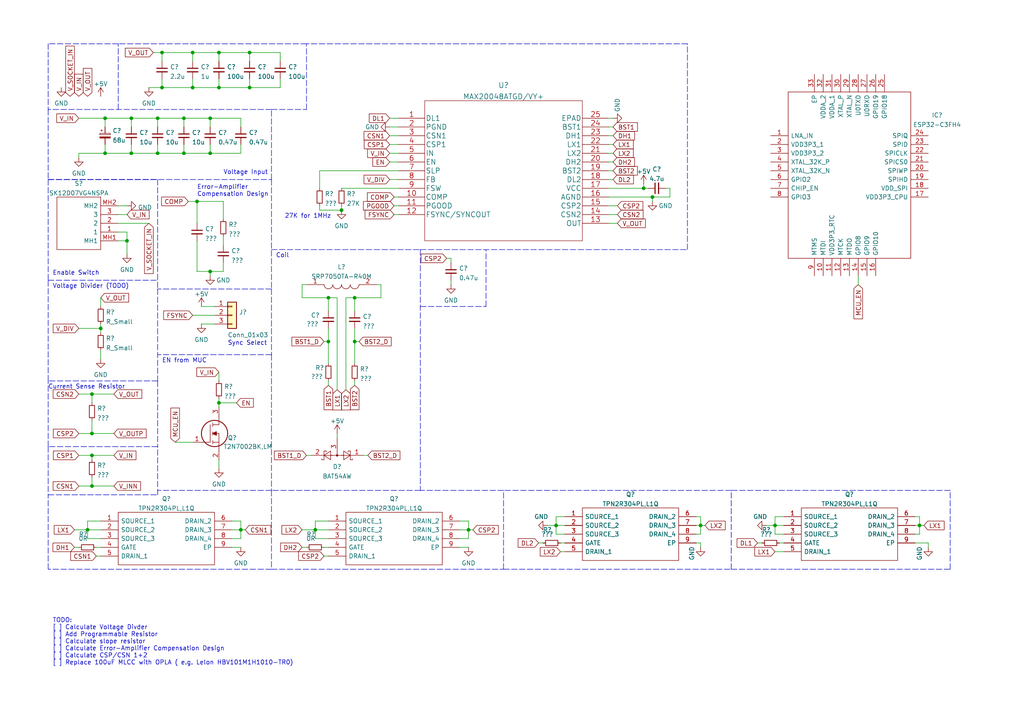
<source format=kicad_sch>
(kicad_sch (version 20211123) (generator eeschema)
  (paper "A4")
  (lib_symbols
    (symbol "2022-05-14_23-30-22:MAX20048ATGD{slash}VY+" (pin_names (offset 0.254))
      (property "Reference" "U" (at 30.48 10.16 0))
      (property "Value" "MAX20048ATGD{slash}VY+" (at 30.48 7.62 0))
      (symbol "MAX20048ATGD{slash}VY+_1_1"
        (polyline (pts (xy 7.62 -35.56) (xy 53.34 -35.56)) (stroke (width 0.127)))
        (polyline (pts (xy 7.62 5.08) (xy 7.62 -35.56)) (stroke (width 0.127)))
        (polyline (pts (xy 53.34 -35.56) (xy 53.34 5.08)) (stroke (width 0.127)))
        (polyline (pts (xy 53.34 5.08) (xy 7.62 5.08)) (stroke (width 0.127)))
        (pin unspecified line (at 0 0 0) (length 7.62) (name "DL1") (number "1"))
        (pin output line (at 0 -22.86 0) (length 7.62) (name "COMP") (number "10"))
        (pin output line (at 0 -25.4 0) (length 7.62) (name "PGOOD") (number "11"))
        (pin unspecified line (at 0 -27.94 0) (length 7.62) (name "FSYNC/SYNCOUT") (number "12"))
        (pin output line (at 60.96 -30.48 180) (length 7.62) (name "OUT") (number "13"))
        (pin bidirectional line (at 60.96 -27.94 180) (length 7.62) (name "CSN2") (number "14"))
        (pin bidirectional line (at 60.96 -25.4 180) (length 7.62) (name "CSP2") (number "15"))
        (pin power_in line (at 60.96 -22.86 180) (length 7.62) (name "AGND") (number "16"))
        (pin power_in line (at 60.96 -20.32 180) (length 7.62) (name "VCC") (number "17"))
        (pin unspecified line (at 60.96 -17.78 180) (length 7.62) (name "DL2") (number "18"))
        (pin unspecified line (at 60.96 -15.24 180) (length 7.62) (name "BST2") (number "19"))
        (pin power_in line (at 0 -2.54 0) (length 7.62) (name "PGND") (number "2"))
        (pin unspecified line (at 60.96 -12.7 180) (length 7.62) (name "DH2") (number "20"))
        (pin output line (at 60.96 -10.16 180) (length 7.62) (name "LX2") (number "21"))
        (pin input line (at 60.96 -7.62 180) (length 7.62) (name "LX1") (number "22"))
        (pin unspecified line (at 60.96 -5.08 180) (length 7.62) (name "DH1") (number "23"))
        (pin unspecified line (at 60.96 -2.54 180) (length 7.62) (name "BST1") (number "24"))
        (pin unspecified line (at 60.96 0 180) (length 7.62) (name "EPAD") (number "25"))
        (pin input line (at 0 -5.08 0) (length 7.62) (name "CSN1") (number "3"))
        (pin input line (at 0 -7.62 0) (length 7.62) (name "CSP1") (number "4"))
        (pin input line (at 0 -10.16 0) (length 7.62) (name "IN") (number "5"))
        (pin input line (at 0 -12.7 0) (length 7.62) (name "EN") (number "6"))
        (pin unspecified line (at 0 -15.24 0) (length 7.62) (name "SLP") (number "7"))
        (pin input line (at 0 -17.78 0) (length 7.62) (name "FB") (number "8"))
        (pin unspecified line (at 0 -20.32 0) (length 7.62) (name "FSW") (number "9"))
      )
    )
    (symbol "Connector_Generic:Conn_01x03" (pin_names (offset 1.016) hide)
      (property "Reference" "J" (at 0 5.08 0))
      (property "Value" "Conn_01x03" (at 0 -5.08 0))
      (symbol "Conn_01x03_1_1"
        (rectangle (start -1.27 -2.413) (end 0 -2.667) (stroke (width 0.1524)))
        (rectangle (start -1.27 0.127) (end 0 -0.127) (stroke (width 0.1524)))
        (rectangle (start -1.27 2.667) (end 0 2.413) (stroke (width 0.1524)))
        (rectangle (start -1.27 3.81) (end 1.27 -3.81) (stroke (width 0.254)) (fill (type background)))
        (pin passive line (at -5.08 2.54 0) (length 3.81) (name "Pin_1") (number "1"))
        (pin passive line (at -5.08 0 0) (length 3.81) (name "Pin_2") (number "2"))
        (pin passive line (at -5.08 -2.54 0) (length 3.81) (name "Pin_3") (number "3"))
      )
    )
    (symbol "Device:C_Polarized_Small" (pin_numbers hide) (pin_names (offset 0.254) hide)
      (property "Reference" "C" (at 0.254 1.778 0))
      (property "Value" "C_Polarized_Small" (at 0.254 -2.032 0))
      (symbol "C_Polarized_Small_0_1"
        (rectangle (start -1.524 -0.3048) (end 1.524 -0.6858) (fill (type outline)))
        (rectangle (start -1.524 0.6858) (end 1.524 0.3048))
        (polyline (pts (xy -1.27 1.524) (xy -0.762 1.524)))
        (polyline (pts (xy -1.016 1.27) (xy -1.016 1.778)))
      )
      (symbol "C_Polarized_Small_1_1"
        (pin passive line (at 0 2.54 270) (length 1.8542) (name "~") (number "1"))
        (pin passive line (at 0 -2.54 90) (length 1.8542) (name "~") (number "2"))
      )
    )
    (symbol "Device:C_Small" (pin_numbers hide) (pin_names (offset 0.254) hide)
      (property "Reference" "C" (at 0.254 1.778 0))
      (property "Value" "C_Small" (at 0.254 -2.032 0))
      (symbol "C_Small_0_1"
        (polyline (pts (xy -1.524 -0.508) (xy 1.524 -0.508)) (stroke (width 0.3302)))
        (polyline (pts (xy -1.524 0.508) (xy 1.524 0.508)) (stroke (width 0.3048)))
      )
      (symbol "C_Small_1_1"
        (pin passive line (at 0 2.54 270) (length 2.032) (name "~") (number "1"))
        (pin passive line (at 0 -2.54 90) (length 2.032) (name "~") (number "2"))
      )
    )
    (symbol "Device:R_Small" (pin_numbers hide) (pin_names (offset 0.254) hide)
      (property "Reference" "R" (at 0.762 0.508 0))
      (property "Value" "R_Small" (at 0.762 -1.016 0))
      (symbol "R_Small_0_1"
        (rectangle (start -0.762 1.778) (end 0.762 -1.778) (stroke (width 0.2032)))
      )
      (symbol "R_Small_1_1"
        (pin passive line (at 0 2.54 270) (length 0.762) (name "~") (number "1"))
        (pin passive line (at 0 -2.54 90) (length 0.762) (name "~") (number "2"))
      )
    )
    (symbol "Diode:BAT54AW" (pin_names (offset 1.016))
      (property "Reference" "D" (at 0.635 -3.81 0))
      (property "Value" "BAT54AW" (at -6.35 3.175 0))
      (symbol "BAT54AW_0_1"
        (polyline (pts (xy -4.445 1.27) (xy -4.445 1.016)))
        (polyline (pts (xy -3.81 -1.27) (xy -3.81 1.27)))
        (polyline (pts (xy -3.81 -1.27) (xy -3.175 -1.27)))
        (polyline (pts (xy -3.81 0) (xy -1.27 0)))
        (polyline (pts (xy -3.81 1.27) (xy -4.445 1.27)))
        (polyline (pts (xy -3.175 -1.27) (xy -3.175 -1.016)))
        (polyline (pts (xy -1.905 0) (xy 1.905 0)))
        (polyline (pts (xy 1.27 0) (xy 3.81 0)))
        (polyline (pts (xy 3.175 -1.27) (xy 3.175 -1.016)))
        (polyline (pts (xy 3.81 -1.27) (xy 3.175 -1.27)))
        (polyline (pts (xy 3.81 -1.27) (xy 3.81 1.27)))
        (polyline (pts (xy 3.81 1.27) (xy 4.445 1.27)))
        (polyline (pts (xy 4.445 1.27) (xy 4.445 1.016)))
        (polyline (pts (xy -1.905 1.27) (xy -1.905 -1.27) (xy -3.81 0) (xy -1.905 1.27)))
        (polyline (pts (xy 1.905 1.27) (xy 1.905 -1.27) (xy 3.81 0) (xy 1.905 1.27)))
        (circle (center 0 0) (radius 0.254) (fill (type outline)))
      )
      (symbol "BAT54AW_1_1"
        (pin passive line (at -7.62 0 0) (length 3.81) (name "~") (number "1"))
        (pin passive line (at 7.62 0 180) (length 3.81) (name "~") (number "2"))
        (pin passive line (at 0 -5.08 90) (length 5.08) (name "~") (number "3"))
      )
    )
    (symbol "Samac:ESP32-C3FH4" (pin_names (offset 0.762))
      (property "Reference" "IC" (at 41.91 17.78 0))
      (property "Value" "ESP32-C3FH4" (at 41.91 15.24 0))
      (symbol "ESP32-C3FH4_0_0"
        (pin passive line (at 0 0 0) (length 5.08) (name "LNA_IN") (number "1"))
        (pin passive line (at 15.24 -40.64 90) (length 5.08) (name "MTDI") (number "10"))
        (pin passive line (at 17.78 -40.64 90) (length 5.08) (name "VDD3P3_RTC") (number "11"))
        (pin passive line (at 20.32 -40.64 90) (length 5.08) (name "MTCK") (number "12"))
        (pin passive line (at 22.86 -40.64 90) (length 5.08) (name "MTDO") (number "13"))
        (pin passive line (at 25.4 -40.64 90) (length 5.08) (name "GPIO8") (number "14"))
        (pin passive line (at 27.94 -40.64 90) (length 5.08) (name "GPIO9") (number "15"))
        (pin passive line (at 30.48 -40.64 90) (length 5.08) (name "GPIO10") (number "16"))
        (pin passive line (at 45.72 -17.78 180) (length 5.08) (name "VDD3P3_CPU") (number "17"))
        (pin passive line (at 45.72 -15.24 180) (length 5.08) (name "VDD_SPI") (number "18"))
        (pin passive line (at 45.72 -12.7 180) (length 5.08) (name "SPIHD") (number "19"))
        (pin passive line (at 0 -2.54 0) (length 5.08) (name "VDD3P3_1") (number "2"))
        (pin passive line (at 45.72 -10.16 180) (length 5.08) (name "SPIWP") (number "20"))
        (pin passive line (at 45.72 -7.62 180) (length 5.08) (name "SPICS0") (number "21"))
        (pin passive line (at 45.72 -5.08 180) (length 5.08) (name "SPICLK") (number "22"))
        (pin passive line (at 45.72 -2.54 180) (length 5.08) (name "SPID") (number "23"))
        (pin passive line (at 45.72 0 180) (length 5.08) (name "SPIQ") (number "24"))
        (pin passive line (at 33.02 17.78 270) (length 5.08) (name "GPIO18") (number "25"))
        (pin passive line (at 30.48 17.78 270) (length 5.08) (name "GPIO19") (number "26"))
        (pin passive line (at 27.94 17.78 270) (length 5.08) (name "U0RXD") (number "27"))
        (pin passive line (at 25.4 17.78 270) (length 5.08) (name "U0TXD") (number "28"))
        (pin passive line (at 22.86 17.78 270) (length 5.08) (name "XTAL_N") (number "29"))
        (pin passive line (at 0 -5.08 0) (length 5.08) (name "VDD3P3_2") (number "3"))
        (pin passive line (at 20.32 17.78 270) (length 5.08) (name "XTAL_P") (number "30"))
        (pin passive line (at 17.78 17.78 270) (length 5.08) (name "VDDA_1") (number "31"))
        (pin passive line (at 15.24 17.78 270) (length 5.08) (name "VDDA_2") (number "32"))
        (pin passive line (at 12.7 17.78 270) (length 5.08) (name "EP") (number "33"))
        (pin passive line (at 0 -7.62 0) (length 5.08) (name "XTAL_32K_P") (number "4"))
        (pin passive line (at 0 -10.16 0) (length 5.08) (name "XTAL_32K_N") (number "5"))
        (pin passive line (at 0 -12.7 0) (length 5.08) (name "GPIO2") (number "6"))
        (pin passive line (at 0 -15.24 0) (length 5.08) (name "CHIP_EN") (number "7"))
        (pin passive line (at 0 -17.78 0) (length 5.08) (name "GPIO3") (number "8"))
        (pin passive line (at 12.7 -40.64 90) (length 5.08) (name "MTMS") (number "9"))
      )
      (symbol "ESP32-C3FH4_0_1"
        (polyline (pts (xy 5.08 12.7) (xy 40.64 12.7) (xy 40.64 -35.56) (xy 5.08 -35.56) (xy 5.08 12.7)) (stroke (width 0.1524)))
      )
    )
    (symbol "Samac:SK12D07VG4NSPA" (pin_names (offset 0.762))
      (property "Reference" "S" (at 19.05 7.62 0))
      (property "Value" "SK12D07VG4NSPA" (at 19.05 5.08 0))
      (symbol "SK12D07VG4NSPA_0_0"
        (pin passive line (at 0 -2.54 0) (length 5.08) (name "1") (number "1"))
        (pin passive line (at 0 -5.08 0) (length 5.08) (name "2") (number "2"))
        (pin passive line (at 0 -7.62 0) (length 5.08) (name "3") (number "3"))
        (pin passive line (at 0 0 0) (length 5.08) (name "MH1") (number "MH1"))
        (pin passive line (at 0 -10.16 0) (length 5.08) (name "MH2") (number "MH2"))
      )
      (symbol "SK12D07VG4NSPA_0_1"
        (polyline (pts (xy 5.08 2.54) (xy 17.78 2.54) (xy 17.78 -12.7) (xy 5.08 -12.7) (xy 5.08 2.54)) (stroke (width 0.1524)))
      )
    )
    (symbol "Samac:SRP7050TA-R40M" (pin_names (offset 0.762))
      (property "Reference" "L" (at 16.51 6.35 0))
      (property "Value" "SRP7050TA-R40M" (at 16.51 3.81 0))
      (symbol "SRP7050TA-R40M_0_0"
        (pin passive line (at 0 0 0) (length 5.08) (name "~") (number "1"))
        (pin passive line (at 20.32 0 180) (length 5.08) (name "~") (number "2"))
      )
      (symbol "SRP7050TA-R40M_0_1"
        (arc (start 5.08 0) (mid 6.35 -1.3218) (end 7.62 0) (stroke (width 0.1524)))
        (arc (start 7.62 0) (mid 8.89 -1.3218) (end 10.16 0) (stroke (width 0.1524)))
        (arc (start 10.16 0) (mid 11.43 -1.3218) (end 12.7 0) (stroke (width 0.1524)))
        (arc (start 12.7 0) (mid 13.97 -1.3218) (end 15.24 0) (stroke (width 0.1524)))
      )
    )
    (symbol "Samac:T2N7002BK,LM" (pin_names (offset 0.762))
      (property "Reference" "Q" (at 11.43 3.81 0))
      (property "Value" "T2N7002BK,LM" (at 11.43 1.27 0))
      (symbol "T2N7002BK,LM_0_0"
        (pin passive line (at 0 0 0) (length 2.54) (name "~") (number "1"))
        (pin passive line (at 7.62 -5.08 90) (length 2.54) (name "~") (number "2"))
        (pin passive line (at 7.62 10.16 270) (length 2.54) (name "~") (number "3"))
      )
      (symbol "T2N7002BK,LM_0_1"
        (polyline (pts (xy 5.842 -0.508) (xy 5.842 0.508)) (stroke (width 0.1524)))
        (polyline (pts (xy 5.842 0) (xy 7.62 0)) (stroke (width 0.1524)))
        (polyline (pts (xy 5.842 2.032) (xy 5.842 3.048)) (stroke (width 0.1524)))
        (polyline (pts (xy 5.842 5.588) (xy 5.842 4.572)) (stroke (width 0.1524)))
        (polyline (pts (xy 7.62 2.54) (xy 5.842 2.54)) (stroke (width 0.1524)))
        (polyline (pts (xy 7.62 2.54) (xy 7.62 -2.54)) (stroke (width 0.1524)))
        (polyline (pts (xy 7.62 5.08) (xy 5.842 5.08)) (stroke (width 0.1524)))
        (polyline (pts (xy 7.62 5.08) (xy 7.62 7.62)) (stroke (width 0.1524)))
        (polyline (pts (xy 2.54 0) (xy 5.08 0) (xy 5.08 5.08)) (stroke (width 0.1524)))
        (polyline (pts (xy 5.842 2.54) (xy 6.858 3.048) (xy 6.858 2.032) (xy 5.842 2.54)) (stroke (width 0.254)) (fill (type outline)))
        (circle (center 6.35 2.54) (radius 3.81) (stroke (width 0.254)))
      )
    )
    (symbol "Samac:TPN2R304PL,L1Q" (pin_names (offset 0.762))
      (property "Reference" "Q" (at 34.29 7.62 0))
      (property "Value" "TPN2R304PL,L1Q" (at 34.29 5.08 0))
      (symbol "TPN2R304PL,L1Q_0_0"
        (pin passive line (at 0 0 0) (length 5.08) (name "SOURCE_1") (number "1"))
        (pin passive line (at 0 -2.54 0) (length 5.08) (name "SOURCE_2") (number "2"))
        (pin passive line (at 0 -5.08 0) (length 5.08) (name "SOURCE_3") (number "3"))
        (pin passive line (at 0 -7.62 0) (length 5.08) (name "GATE") (number "4"))
        (pin passive line (at 0 -10.16 0) (length 5.08) (name "DRAIN_1") (number "5"))
        (pin passive line (at 38.1 0 180) (length 5.08) (name "DRAIN_2") (number "6"))
        (pin passive line (at 38.1 -2.54 180) (length 5.08) (name "DRAIN_3") (number "7"))
        (pin passive line (at 38.1 -5.08 180) (length 5.08) (name "DRAIN_4") (number "8"))
        (pin passive line (at 38.1 -7.62 180) (length 5.08) (name "EP") (number "9"))
      )
      (symbol "TPN2R304PL,L1Q_0_1"
        (polyline (pts (xy 5.08 2.54) (xy 33.02 2.54) (xy 33.02 -12.7) (xy 5.08 -12.7) (xy 5.08 2.54)) (stroke (width 0.1524)))
      )
    )
    (symbol "power:+5V" (power) (pin_names (offset 0))
      (property "Value" "+5V" (at 0 3.556 0))
      (symbol "+5V_0_1"
        (polyline (pts (xy -0.762 1.27) (xy 0 2.54)))
        (polyline (pts (xy 0 0) (xy 0 2.54)))
        (polyline (pts (xy 0 2.54) (xy 0.762 1.27)))
      )
      (symbol "+5V_1_1"
        (pin power_in line (at 0 0 90) (length 0) hide (name "+5V") (number "1"))
      )
    )
    (symbol "power:GND" (power) (pin_names (offset 0))
      (property "Value" "GND" (at 0 -3.81 0))
      (symbol "GND_0_1"
        (polyline (pts (xy 0 0) (xy 0 -1.27) (xy 1.27 -1.27) (xy 0 -2.54) (xy -1.27 -1.27) (xy 0 -1.27)))
      )
      (symbol "GND_1_1"
        (pin power_in line (at 0 0 270) (length 0) hide (name "GND") (number "1"))
      )
    )
  )
  (junction (at 95.25 86.36))
  (junction (at 60.96 78.74))
  (junction (at 91.44 153.67))
  (junction (at 53.34 34.29))
  (junction (at 102.87 99.06))
  (junction (at 26.67 132.08))
  (junction (at 38.1 44.45))
  (junction (at 26.67 125.73))
  (junction (at 60.96 44.45))
  (junction (at 26.67 140.97))
  (junction (at 203.2 152.4))
  (junction (at 266.7 152.4))
  (junction (at 60.96 34.29))
  (junction (at 55.88 25.4))
  (junction (at 135.89 153.67))
  (junction (at 55.88 15.24))
  (junction (at 25.4 153.67))
  (junction (at 102.87 86.36))
  (junction (at 29.21 95.25))
  (junction (at 53.34 44.45))
  (junction (at 26.67 114.3))
  (junction (at 36.83 69.85))
  (junction (at 38.1 34.29))
  (junction (at 161.29 152.4))
  (junction (at 57.15 58.42))
  (junction (at 189.23 57.15))
  (junction (at 63.5 116.84))
  (junction (at 30.48 34.29))
  (junction (at 224.79 152.4))
  (junction (at 72.39 15.24))
  (junction (at 186.69 54.61))
  (junction (at 46.99 15.24))
  (junction (at 45.72 44.45))
  (junction (at 99.06 60.96))
  (junction (at 69.85 153.67))
  (junction (at 45.72 34.29))
  (junction (at 63.5 25.4))
  (junction (at 95.25 99.06))
  (junction (at 46.99 25.4))
  (junction (at 63.5 15.24))
  (junction (at 72.39 25.4))
  (junction (at 30.48 44.45))
  (polyline (pts (xy 78.74 165.1) (xy 146.05 165.1)))
  (wire (pts (xy 63.5 25.4) (xy 63.5 22.86)))
  (wire (pts (xy 46.99 15.24) (xy 44.45 15.24)))
  (wire (pts (xy 113.03 44.45) (xy 115.57 44.45)))
  (wire (pts (xy 91.44 153.67) (xy 95.25 153.67)))
  (wire (pts (xy 113.03 41.91) (xy 115.57 41.91)))
  (wire (pts (xy 72.39 15.24) (xy 81.28 15.24)))
  (polyline (pts (xy 88.9 12.7) (xy 34.29 12.7)))
  (polyline (pts (xy 146.05 165.1) (xy 212.09 165.1)))
  (wire (pts (xy 64.77 63.5) (xy 64.77 58.42)))
  (wire (pts (xy 36.83 67.31) (xy 36.83 69.85)))
  (wire (pts (xy 45.72 34.29) (xy 45.72 36.83)))
  (wire (pts (xy 92.71 49.53) (xy 92.71 54.61)))
  (wire (pts (xy 72.39 25.4) (xy 72.39 22.86)))
  (wire (pts (xy 203.2 152.4) (xy 204.47 152.4)))
  (wire (pts (xy 189.23 57.15) (xy 189.23 58.42)))
  (wire (pts (xy 163.83 154.94) (xy 161.29 154.94)))
  (wire (pts (xy 100.33 86.36) (xy 102.87 86.36)))
  (wire (pts (xy 69.85 153.67) (xy 71.12 153.67)))
  (polyline (pts (xy 88.9 31.75) (xy 88.9 12.7)))
  (wire (pts (xy 176.53 41.91) (xy 177.8 41.91)))
  (wire (pts (xy 161.29 149.86) (xy 163.83 149.86)))
  (wire (pts (xy 269.24 157.48) (xy 265.43 157.48)))
  (polyline (pts (xy 13.97 129.54) (xy 13.97 143.51)))
  (wire (pts (xy 69.85 34.29) (xy 69.85 36.83)))
  (wire (pts (xy 46.99 17.78) (xy 46.99 15.24)))
  (wire (pts (xy 161.29 152.4) (xy 163.83 152.4)))
  (wire (pts (xy 69.85 156.21) (xy 69.85 153.67)))
  (wire (pts (xy 102.87 99.06) (xy 104.14 99.06)))
  (wire (pts (xy 26.67 125.73) (xy 26.67 121.92)))
  (polyline (pts (xy 13.97 129.54) (xy 13.97 110.49)))
  (wire (pts (xy 99.06 54.61) (xy 115.57 54.61)))
  (polyline (pts (xy 45.72 110.49) (xy 45.72 129.54)))
  (wire (pts (xy 45.72 44.45) (xy 53.34 44.45)))
  (wire (pts (xy 114.3 62.23) (xy 115.57 62.23)))
  (wire (pts (xy 226.06 157.48) (xy 227.33 157.48)))
  (wire (pts (xy 176.53 59.69) (xy 179.07 59.69)))
  (wire (pts (xy 92.71 49.53) (xy 115.57 49.53)))
  (wire (pts (xy 29.21 95.25) (xy 29.21 96.52)))
  (wire (pts (xy 81.28 15.24) (xy 81.28 17.78)))
  (wire (pts (xy 156.21 157.48) (xy 157.48 157.48)))
  (polyline (pts (xy 78.74 102.87) (xy 78.74 142.24)))
  (wire (pts (xy 99.06 59.69) (xy 99.06 60.96)))
  (wire (pts (xy 21.59 153.67) (xy 25.4 153.67)))
  (polyline (pts (xy 45.72 129.54) (xy 13.97 129.54)))
  (polyline (pts (xy 45.72 52.07) (xy 45.72 83.82)))
  (wire (pts (xy 38.1 41.91) (xy 38.1 44.45)))
  (wire (pts (xy 161.29 152.4) (xy 161.29 149.86)))
  (wire (pts (xy 161.29 152.4) (xy 158.75 152.4)))
  (polyline (pts (xy 78.74 102.87) (xy 45.72 102.87)))
  (wire (pts (xy 63.5 15.24) (xy 63.5 17.78)))
  (wire (pts (xy 53.34 34.29) (xy 53.34 36.83)))
  (polyline (pts (xy 121.92 142.24) (xy 78.74 142.24)))
  (wire (pts (xy 97.79 125.73) (xy 97.79 127)))
  (wire (pts (xy 224.79 154.94) (xy 224.79 152.4)))
  (wire (pts (xy 60.96 44.45) (xy 69.85 44.45)))
  (wire (pts (xy 100.33 113.03) (xy 100.33 86.36)))
  (wire (pts (xy 21.59 158.75) (xy 22.86 158.75)))
  (polyline (pts (xy 13.97 81.28) (xy 45.72 81.28)))
  (wire (pts (xy 105.41 132.08) (xy 106.68 132.08)))
  (wire (pts (xy 203.2 152.4) (xy 203.2 149.86)))
  (wire (pts (xy 177.8 52.07) (xy 176.53 52.07)))
  (polyline (pts (xy 34.29 12.7) (xy 13.97 12.7)))
  (wire (pts (xy 219.71 157.48) (xy 220.98 157.48)))
  (polyline (pts (xy 13.97 31.75) (xy 13.97 52.07)))
  (wire (pts (xy 55.88 91.44) (xy 62.23 91.44)))
  (wire (pts (xy 265.43 154.94) (xy 266.7 154.94)))
  (wire (pts (xy 57.15 69.85) (xy 57.15 78.74)))
  (wire (pts (xy 60.96 80.01) (xy 60.96 78.74)))
  (wire (pts (xy 135.89 151.13) (xy 133.35 151.13)))
  (wire (pts (xy 203.2 149.86) (xy 201.93 149.86)))
  (wire (pts (xy 102.87 86.36) (xy 102.87 90.17)))
  (wire (pts (xy 162.56 160.02) (xy 163.83 160.02)))
  (wire (pts (xy 55.88 25.4) (xy 55.88 22.86)))
  (wire (pts (xy 38.1 34.29) (xy 38.1 36.83)))
  (wire (pts (xy 33.02 140.97) (xy 26.67 140.97)))
  (wire (pts (xy 25.4 153.67) (xy 29.21 153.67)))
  (wire (pts (xy 63.5 115.57) (xy 63.5 116.84)))
  (wire (pts (xy 203.2 154.94) (xy 203.2 152.4)))
  (wire (pts (xy 248.92 80.01) (xy 248.92 82.55)))
  (wire (pts (xy 97.79 113.03) (xy 97.79 86.36)))
  (wire (pts (xy 87.63 86.36) (xy 87.63 82.55)))
  (wire (pts (xy 133.35 158.75) (xy 135.89 158.75)))
  (wire (pts (xy 114.3 59.69) (xy 115.57 59.69)))
  (wire (pts (xy 53.34 41.91) (xy 53.34 44.45)))
  (wire (pts (xy 201.93 154.94) (xy 203.2 154.94)))
  (polyline (pts (xy 78.74 165.1) (xy 13.97 165.1)))
  (wire (pts (xy 46.99 25.4) (xy 55.88 25.4)))
  (wire (pts (xy 95.25 156.21) (xy 91.44 156.21)))
  (wire (pts (xy 60.96 34.29) (xy 60.96 36.83)))
  (wire (pts (xy 63.5 133.35) (xy 63.5 135.89)))
  (wire (pts (xy 102.87 110.49) (xy 102.87 111.76)))
  (wire (pts (xy 102.87 99.06) (xy 102.87 105.41)))
  (wire (pts (xy 91.44 156.21) (xy 91.44 153.67)))
  (wire (pts (xy 176.53 39.37) (xy 177.8 39.37)))
  (wire (pts (xy 64.77 78.74) (xy 64.77 76.2)))
  (wire (pts (xy 30.48 44.45) (xy 38.1 44.45)))
  (wire (pts (xy 176.53 64.77) (xy 179.07 64.77)))
  (wire (pts (xy 29.21 156.21) (xy 25.4 156.21)))
  (wire (pts (xy 29.21 95.25) (xy 29.21 93.98)))
  (polyline (pts (xy 199.39 12.7) (xy 88.9 12.7)))
  (wire (pts (xy 194.31 54.61) (xy 193.04 54.61)))
  (wire (pts (xy 53.34 34.29) (xy 60.96 34.29)))
  (polyline (pts (xy 212.09 165.1) (xy 275.59 165.1)))
  (wire (pts (xy 176.53 44.45) (xy 177.8 44.45)))
  (wire (pts (xy 176.53 46.99) (xy 177.8 46.99)))
  (wire (pts (xy 95.25 86.36) (xy 87.63 86.36)))
  (wire (pts (xy 194.31 57.15) (xy 194.31 54.61)))
  (wire (pts (xy 203.2 157.48) (xy 201.93 157.48)))
  (polyline (pts (xy 212.09 142.24) (xy 146.05 142.24)))
  (wire (pts (xy 161.29 154.94) (xy 161.29 152.4)))
  (wire (pts (xy 55.88 25.4) (xy 63.5 25.4)))
  (wire (pts (xy 113.03 46.99) (xy 115.57 46.99)))
  (polyline (pts (xy 121.92 72.39) (xy 121.92 142.24)))
  (wire (pts (xy 176.53 57.15) (xy 189.23 57.15)))
  (wire (pts (xy 30.48 41.91) (xy 30.48 44.45)))
  (wire (pts (xy 176.53 34.29) (xy 177.8 34.29)))
  (wire (pts (xy 67.31 158.75) (xy 69.85 158.75)))
  (wire (pts (xy 72.39 25.4) (xy 81.28 25.4)))
  (wire (pts (xy 95.25 86.36) (xy 95.25 90.17)))
  (wire (pts (xy 133.35 156.21) (xy 135.89 156.21)))
  (polyline (pts (xy 146.05 142.24) (xy 121.92 142.24)))
  (wire (pts (xy 46.99 25.4) (xy 46.99 22.86)))
  (wire (pts (xy 93.98 158.75) (xy 95.25 158.75)))
  (wire (pts (xy 186.69 53.34) (xy 186.69 54.61)))
  (wire (pts (xy 36.83 69.85) (xy 34.29 69.85)))
  (wire (pts (xy 224.79 149.86) (xy 227.33 149.86)))
  (wire (pts (xy 34.29 62.23) (xy 36.83 62.23)))
  (wire (pts (xy 38.1 44.45) (xy 45.72 44.45)))
  (polyline (pts (xy 34.29 31.75) (xy 34.29 12.7)))
  (polyline (pts (xy 275.59 142.24) (xy 212.09 142.24)))
  (polyline (pts (xy 13.97 110.49) (xy 13.97 81.28)))
  (polyline (pts (xy 13.97 52.07) (xy 13.97 81.28)))
  (wire (pts (xy 34.29 67.31) (xy 36.83 67.31)))
  (wire (pts (xy 135.89 153.67) (xy 137.16 153.67)))
  (polyline (pts (xy 13.97 52.07) (xy 78.74 52.07)))
  (wire (pts (xy 29.21 101.6) (xy 29.21 104.14)))
  (wire (pts (xy 45.72 34.29) (xy 53.34 34.29)))
  (wire (pts (xy 91.44 151.13) (xy 91.44 153.67)))
  (wire (pts (xy 95.25 110.49) (xy 95.25 111.76)))
  (wire (pts (xy 22.86 140.97) (xy 26.67 140.97)))
  (wire (pts (xy 93.98 99.06) (xy 95.25 99.06)))
  (polyline (pts (xy 13.97 143.51) (xy 45.72 143.51)))
  (wire (pts (xy 63.5 107.95) (xy 63.5 110.49)))
  (wire (pts (xy 64.77 58.42) (xy 57.15 58.42)))
  (wire (pts (xy 130.81 74.93) (xy 129.54 74.93)))
  (wire (pts (xy 22.86 34.29) (xy 30.48 34.29)))
  (wire (pts (xy 22.86 132.08) (xy 26.67 132.08)))
  (polyline (pts (xy 78.74 72.39) (xy 121.92 72.39)))
  (wire (pts (xy 54.61 58.42) (xy 57.15 58.42)))
  (wire (pts (xy 266.7 152.4) (xy 267.97 152.4)))
  (wire (pts (xy 55.88 15.24) (xy 63.5 15.24)))
  (wire (pts (xy 130.81 81.28) (xy 130.81 82.55)))
  (wire (pts (xy 87.63 82.55) (xy 88.9 82.55)))
  (polyline (pts (xy 13.97 165.1) (xy 13.97 143.51)))
  (wire (pts (xy 26.67 114.3) (xy 26.67 116.84)))
  (wire (pts (xy 26.67 132.08) (xy 26.67 133.35)))
  (wire (pts (xy 34.29 59.69) (xy 36.83 59.69)))
  (wire (pts (xy 176.53 49.53) (xy 177.8 49.53)))
  (wire (pts (xy 110.49 86.36) (xy 110.49 82.55)))
  (wire (pts (xy 29.21 86.36) (xy 29.21 88.9)))
  (wire (pts (xy 176.53 62.23) (xy 179.07 62.23)))
  (wire (pts (xy 57.15 58.42) (xy 57.15 64.77)))
  (wire (pts (xy 87.63 158.75) (xy 88.9 158.75)))
  (wire (pts (xy 133.35 153.67) (xy 135.89 153.67)))
  (wire (pts (xy 29.21 151.13) (xy 25.4 151.13)))
  (wire (pts (xy 102.87 95.25) (xy 102.87 99.06)))
  (polyline (pts (xy 212.09 165.1) (xy 212.09 142.24)))
  (wire (pts (xy 69.85 153.67) (xy 69.85 151.13)))
  (wire (pts (xy 99.06 60.96) (xy 92.71 60.96)))
  (wire (pts (xy 67.31 156.21) (xy 69.85 156.21)))
  (wire (pts (xy 72.39 15.24) (xy 72.39 17.78)))
  (wire (pts (xy 50.8 128.27) (xy 55.88 128.27)))
  (wire (pts (xy 102.87 86.36) (xy 110.49 86.36)))
  (polyline (pts (xy 78.74 83.82) (xy 45.72 83.82)))
  (polyline (pts (xy 78.74 52.07) (xy 78.74 83.82)))
  (wire (pts (xy 265.43 152.4) (xy 266.7 152.4)))
  (wire (pts (xy 87.63 153.67) (xy 91.44 153.67)))
  (wire (pts (xy 64.77 68.58) (xy 64.77 71.12)))
  (wire (pts (xy 187.96 54.61) (xy 186.69 54.61)))
  (wire (pts (xy 266.7 149.86) (xy 265.43 149.86)))
  (wire (pts (xy 95.25 95.25) (xy 95.25 99.06)))
  (polyline (pts (xy 13.97 12.7) (xy 13.97 31.75)))
  (wire (pts (xy 176.53 54.61) (xy 186.69 54.61)))
  (wire (pts (xy 26.67 132.08) (xy 33.02 132.08)))
  (wire (pts (xy 224.79 160.02) (xy 227.33 160.02)))
  (wire (pts (xy 227.33 154.94) (xy 224.79 154.94)))
  (wire (pts (xy 81.28 25.4) (xy 81.28 22.86)))
  (wire (pts (xy 45.72 41.91) (xy 45.72 44.45)))
  (wire (pts (xy 58.42 88.9) (xy 62.23 88.9)))
  (polyline (pts (xy 45.72 83.82) (xy 45.72 110.49)))
  (polyline (pts (xy 45.72 110.49) (xy 13.97 110.49)))
  (wire (pts (xy 36.83 69.85) (xy 36.83 73.66)))
  (wire (pts (xy 22.86 45.72) (xy 22.86 44.45)))
  (wire (pts (xy 27.94 161.29) (xy 29.21 161.29)))
  (wire (pts (xy 43.18 25.4) (xy 46.99 25.4)))
  (wire (pts (xy 224.79 152.4) (xy 224.79 149.86)))
  (wire (pts (xy 130.81 76.2) (xy 130.81 74.93)))
  (wire (pts (xy 95.25 99.06) (xy 95.25 105.41)))
  (wire (pts (xy 113.03 34.29) (xy 115.57 34.29)))
  (wire (pts (xy 97.79 86.36) (xy 95.25 86.36)))
  (wire (pts (xy 95.25 151.13) (xy 91.44 151.13)))
  (wire (pts (xy 25.4 156.21) (xy 25.4 153.67)))
  (wire (pts (xy 22.86 44.45) (xy 30.48 44.45)))
  (wire (pts (xy 162.56 157.48) (xy 163.83 157.48)))
  (wire (pts (xy 26.67 125.73) (xy 33.02 125.73)))
  (wire (pts (xy 46.99 15.24) (xy 55.88 15.24)))
  (polyline (pts (xy 199.39 72.39) (xy 199.39 12.7)))
  (polyline (pts (xy 140.97 88.9) (xy 140.97 72.39)))
  (polyline (pts (xy 275.59 165.1) (xy 275.59 142.24)))
  (wire (pts (xy 30.48 34.29) (xy 30.48 36.83)))
  (polyline (pts (xy 45.72 143.51) (xy 45.72 129.54)))
  (wire (pts (xy 25.4 151.13) (xy 25.4 153.67)))
  (wire (pts (xy 60.96 44.45) (xy 60.96 41.91)))
  (wire (pts (xy 203.2 158.75) (xy 203.2 157.48)))
  (wire (pts (xy 63.5 25.4) (xy 72.39 25.4)))
  (polyline (pts (xy 78.74 142.24) (xy 78.74 165.1)))
  (wire (pts (xy 22.86 95.25) (xy 29.21 95.25)))
  (wire (pts (xy 176.53 36.83) (xy 177.8 36.83)))
  (wire (pts (xy 113.03 39.37) (xy 115.57 39.37)))
  (polyline (pts (xy 78.74 83.82) (xy 78.74 102.87)))
  (wire (pts (xy 222.25 152.4) (xy 224.79 152.4)))
  (wire (pts (xy 60.96 78.74) (xy 64.77 78.74)))
  (polyline (pts (xy 146.05 165.1) (xy 146.05 142.24)))
  (wire (pts (xy 69.85 151.13) (xy 67.31 151.13)))
  (wire (pts (xy 224.79 152.4) (xy 227.33 152.4)))
  (polyline (pts (xy 13.97 52.07) (xy 45.72 52.07)))
  (wire (pts (xy 88.9 132.08) (xy 90.17 132.08)))
  (wire (pts (xy 113.03 36.83) (xy 115.57 36.83)))
  (wire (pts (xy 266.7 154.94) (xy 266.7 152.4)))
  (wire (pts (xy 58.42 93.98) (xy 62.23 93.98)))
  (wire (pts (xy 189.23 57.15) (xy 194.31 57.15)))
  (wire (pts (xy 266.7 152.4) (xy 266.7 149.86)))
  (wire (pts (xy 60.96 34.29) (xy 69.85 34.29)))
  (wire (pts (xy 30.48 34.29) (xy 38.1 34.29)))
  (wire (pts (xy 113.03 52.07) (xy 115.57 52.07)))
  (wire (pts (xy 93.98 161.29) (xy 95.25 161.29)))
  (wire (pts (xy 57.15 78.74) (xy 60.96 78.74)))
  (wire (pts (xy 22.86 125.73) (xy 26.67 125.73)))
  (polyline (pts (xy 78.74 142.24) (xy 45.72 142.24)))
  (wire (pts (xy 34.29 64.77) (xy 43.18 64.77)))
  (wire (pts (xy 135.89 153.67) (xy 135.89 151.13)))
  (wire (pts (xy 53.34 44.45) (xy 60.96 44.45)))
  (wire (pts (xy 201.93 152.4) (xy 203.2 152.4)))
  (wire (pts (xy 63.5 15.24) (xy 72.39 15.24)))
  (polyline (pts (xy 121.92 88.9) (xy 140.97 88.9)))
  (wire (pts (xy 26.67 114.3) (xy 33.02 114.3)))
  (wire (pts (xy 26.67 140.97) (xy 26.67 138.43)))
  (wire (pts (xy 135.89 156.21) (xy 135.89 153.67)))
  (polyline (pts (xy 78.74 31.75) (xy 13.97 31.75)))
  (polyline (pts (xy 78.74 31.75) (xy 88.9 31.75)))
  (wire (pts (xy 114.3 57.15) (xy 115.57 57.15)))
  (wire (pts (xy 67.31 153.67) (xy 69.85 153.67)))
  (wire (pts (xy 63.5 116.84) (xy 63.5 118.11)))
  (wire (pts (xy 27.94 158.75) (xy 29.21 158.75)))
  (wire (pts (xy 92.71 60.96) (xy 92.71 59.69)))
  (wire (pts (xy 110.49 82.55) (xy 109.22 82.55)))
  (wire (pts (xy 69.85 44.45) (xy 69.85 41.91)))
  (wire (pts (xy 38.1 34.29) (xy 45.72 34.29)))
  (wire (pts (xy 55.88 15.24) (xy 55.88 17.78)))
  (wire (pts (xy 269.24 158.75) (xy 269.24 157.48)))
  (wire (pts (xy 22.86 114.3) (xy 26.67 114.3)))
  (polyline (pts (xy 78.74 52.07) (xy 78.74 31.75)))
  (polyline (pts (xy 121.92 72.39) (xy 199.39 72.39)))
  (wire (pts (xy 68.58 116.84) (xy 63.5 116.84)))
  (text "Sync Select\n" (at 66.04 100.33 0) (effects (font (size 1.27 1.27)) (justify left bottom)))
  (text "TODO:\n[ ] Calculate Voltage Divder\n[ ] Add Programmable Resistor\n[ ] Calculate slope resistor\n[ ] Calculate Error-Amplifier Compensation Design\n[ ] Calculate CSP/CSN 1+2\n[ ] Replace 100uF MLCC with OPLA ( e.g. Lelon HBV101M1H1010-TR0)" (at 15.24 193.04 0) (effects (font (size 1.27 1.27)) (justify left bottom)))
  (text "Enable Switch" (at 15.24 80.01 0) (effects (font (size 1.27 1.27)) (justify left bottom)))
  (text "Error-Amplifier \nCompensation Design" (at 57.15 57.15 0) (effects (font (size 1.27 1.27)) (justify left bottom)))
  (text "EN from MUC" (at 46.99 105.41 0) (effects (font (size 1.27 1.27)) (justify left bottom)))
  (text "Voltage Input" (at 64.77 50.8 0) (effects (font (size 1.27 1.27)) (justify left bottom)))
  (text "Coil" (at 80.01 74.93 0) (effects (font (size 1.27 1.27)) (justify left bottom)))
  (text "Current Sense Resistor" (at 13.97 113.03 0) (effects (font (size 1.27 1.27)) (justify left bottom)))
  (text "Voltage Divider (TODO)\n" (at 15.24 83.82 0) (effects (font (size 1.27 1.27)) (justify left bottom)))
  (text "27K for 1MHz" (at 82.55 63.5 0) (effects (font (size 1.27 1.27)) (justify left bottom)))
  (global_label "EN" (shape input) (at 113.03 46.99 180) (property "Intersheet References" "${INTERSHEET_REFS}" (effects hide)))
  (global_label "V_INN" (shape input) (at 33.02 140.97 0) (property "Intersheet References" "${INTERSHEET_REFS}" (effects hide)))
  (global_label "CSN2" (shape input) (at 22.86 114.3 180) (property "Intersheet References" "${INTERSHEET_REFS}" (effects hide)))
  (global_label "LX1" (shape input) (at 224.79 160.02 180) (property "Intersheet References" "${INTERSHEET_REFS}" (effects hide)))
  (global_label "MCU_EN" (shape input) (at 50.8 128.27 90) (property "Intersheet References" "${INTERSHEET_REFS}" (effects hide)))
  (global_label "CSN1" (shape input) (at 22.86 140.97 180) (property "Intersheet References" "${INTERSHEET_REFS}" (effects hide)))
  (global_label "V_SOCKET_IN" (shape input) (at 20.32 27.94 90) (property "Intersheet References" "${INTERSHEET_REFS}" (effects hide)))
  (global_label "LX2" (shape input) (at 100.33 113.03 270) (property "Intersheet References" "${INTERSHEET_REFS}" (effects hide)))
  (global_label "DL1" (shape input) (at 113.03 34.29 180) (property "Intersheet References" "${INTERSHEET_REFS}" (effects hide)))
  (global_label "MCU_EN" (shape input) (at 248.92 82.55 270) (property "Intersheet References" "${INTERSHEET_REFS}" (effects hide)))
  (global_label "COMP" (shape input) (at 54.61 58.42 180) (property "Intersheet References" "${INTERSHEET_REFS}" (effects hide)))
  (global_label "V_OUT" (shape input) (at 33.02 114.3 0) (property "Intersheet References" "${INTERSHEET_REFS}" (effects hide)))
  (global_label "BST1" (shape input) (at 95.25 111.76 270) (property "Intersheet References" "${INTERSHEET_REFS}" (effects hide)))
  (global_label "CSP2" (shape input) (at 179.07 59.69 0) (property "Intersheet References" "${INTERSHEET_REFS}" (effects hide)))
  (global_label "V_IN" (shape input) (at 33.02 132.08 0) (property "Intersheet References" "${INTERSHEET_REFS}" (effects hide)))
  (global_label "CSP2" (shape input) (at 22.86 125.73 180) (property "Intersheet References" "${INTERSHEET_REFS}" (effects hide)))
  (global_label "LX2" (shape input) (at 204.47 152.4 0) (property "Intersheet References" "${INTERSHEET_REFS}" (effects hide)))
  (global_label "LX2" (shape input) (at 87.63 153.67 180) (property "Intersheet References" "${INTERSHEET_REFS}" (effects hide)))
  (global_label "V_SOCKET_IN" (shape input) (at 43.18 64.77 270) (property "Intersheet References" "${INTERSHEET_REFS}" (effects hide)))
  (global_label "CSN1" (shape input) (at 27.94 161.29 180) (property "Intersheet References" "${INTERSHEET_REFS}" (effects hide)))
  (global_label "CSN1" (shape input) (at 71.12 153.67 0) (property "Intersheet References" "${INTERSHEET_REFS}" (effects hide)))
  (global_label "DH2" (shape input) (at 177.8 46.99 0) (property "Intersheet References" "${INTERSHEET_REFS}" (effects hide)))
  (global_label "COMP" (shape input) (at 114.3 57.15 180) (property "Intersheet References" "${INTERSHEET_REFS}" (effects hide)))
  (global_label "DH1" (shape input) (at 21.59 158.75 180) (property "Intersheet References" "${INTERSHEET_REFS}" (effects hide)))
  (global_label "CSP1" (shape input) (at 22.86 132.08 180) (property "Intersheet References" "${INTERSHEET_REFS}" (effects hide)))
  (global_label "CSP2" (shape input) (at 129.54 74.93 180) (property "Intersheet References" "${INTERSHEET_REFS}" (effects hide)))
  (global_label "V_IN" (shape input) (at 113.03 44.45 180) (property "Intersheet References" "${INTERSHEET_REFS}" (effects hide)))
  (global_label "CSN2" (shape input) (at 179.07 62.23 0) (property "Intersheet References" "${INTERSHEET_REFS}" (effects hide)))
  (global_label "V_DIV" (shape input) (at 113.03 52.07 180) (property "Intersheet References" "${INTERSHEET_REFS}" (effects hide)))
  (global_label "V_OUT" (shape input) (at 25.4 27.94 90) (property "Intersheet References" "${INTERSHEET_REFS}" (effects hide)))
  (global_label "V_IN" (shape input) (at 22.86 34.29 180) (property "Intersheet References" "${INTERSHEET_REFS}" (effects hide)))
  (global_label "BST2_D" (shape input) (at 106.68 132.08 0) (property "Intersheet References" "${INTERSHEET_REFS}" (effects hide)))
  (global_label "LX2" (shape input) (at 162.56 160.02 180) (property "Intersheet References" "${INTERSHEET_REFS}" (effects hide)))
  (global_label "BST1_D" (shape input) (at 88.9 132.08 180) (property "Intersheet References" "${INTERSHEET_REFS}" (effects hide)))
  (global_label "EN" (shape input) (at 68.58 116.84 0) (property "Intersheet References" "${INTERSHEET_REFS}" (effects hide)))
  (global_label "LX1" (shape input) (at 177.8 41.91 0) (property "Intersheet References" "${INTERSHEET_REFS}" (effects hide)))
  (global_label "DH1" (shape input) (at 177.8 39.37 0) (property "Intersheet References" "${INTERSHEET_REFS}" (effects hide)))
  (global_label "BST2" (shape input) (at 177.8 49.53 0) (property "Intersheet References" "${INTERSHEET_REFS}" (effects hide)))
  (global_label "V_DIV" (shape input) (at 22.86 95.25 180) (property "Intersheet References" "${INTERSHEET_REFS}" (effects hide)))
  (global_label "V_OUT" (shape input) (at 179.07 64.77 0) (property "Intersheet References" "${INTERSHEET_REFS}" (effects hide)))
  (global_label "V_OUT" (shape input) (at 29.21 86.36 0) (property "Intersheet References" "${INTERSHEET_REFS}" (effects hide)))
  (global_label "DH2" (shape input) (at 87.63 158.75 180) (property "Intersheet References" "${INTERSHEET_REFS}" (effects hide)))
  (global_label "DL1" (shape input) (at 219.71 157.48 180) (property "Intersheet References" "${INTERSHEET_REFS}" (effects hide)))
  (global_label "BST2" (shape input) (at 102.87 111.76 270) (property "Intersheet References" "${INTERSHEET_REFS}" (effects hide)))
  (global_label "V_OUT" (shape input) (at 44.45 15.24 180) (property "Intersheet References" "${INTERSHEET_REFS}" (effects hide)))
  (global_label "LX1" (shape input) (at 21.59 153.67 180) (property "Intersheet References" "${INTERSHEET_REFS}" (effects hide)))
  (global_label "V_IN" (shape input) (at 36.83 62.23 0) (property "Intersheet References" "${INTERSHEET_REFS}" (effects hide)))
  (global_label "BST1_D" (shape input) (at 93.98 99.06 180) (property "Intersheet References" "${INTERSHEET_REFS}" (effects hide)))
  (global_label "LX2" (shape input) (at 177.8 44.45 0) (property "Intersheet References" "${INTERSHEET_REFS}" (effects hide)))
  (global_label "CSN1" (shape input) (at 113.03 39.37 180) (property "Intersheet References" "${INTERSHEET_REFS}" (effects hide)))
  (global_label "LX1" (shape input) (at 267.97 152.4 0) (property "Intersheet References" "${INTERSHEET_REFS}" (effects hide)))
  (global_label "V_IN" (shape input) (at 63.5 107.95 180) (property "Intersheet References" "${INTERSHEET_REFS}" (effects hide)))
  (global_label "V_IN" (shape input) (at 22.86 27.94 90) (property "Intersheet References" "${INTERSHEET_REFS}" (effects hide)))
  (global_label "FSYNC" (shape input) (at 55.88 91.44 180) (property "Intersheet References" "${INTERSHEET_REFS}" (effects hide)))
  (global_label "FSYNC" (shape input) (at 114.3 62.23 180) (property "Intersheet References" "${INTERSHEET_REFS}" (effects hide)))
  (global_label "BST1" (shape input) (at 177.8 36.83 0) (property "Intersheet References" "${INTERSHEET_REFS}" (effects hide)))
  (global_label "BST2_D" (shape input) (at 104.14 99.06 0) (property "Intersheet References" "${INTERSHEET_REFS}" (effects hide)))
  (global_label "CSP2" (shape input) (at 93.98 161.29 180) (property "Intersheet References" "${INTERSHEET_REFS}" (effects hide)))
  (global_label "CSP1" (shape input) (at 113.03 41.91 180) (property "Intersheet References" "${INTERSHEET_REFS}" (effects hide)))
  (global_label "LX1" (shape input) (at 97.79 113.03 270) (property "Intersheet References" "${INTERSHEET_REFS}" (effects hide)))
  (global_label "DL2" (shape input) (at 156.21 157.48 180) (property "Intersheet References" "${INTERSHEET_REFS}" (effects hide)))
  (global_label "PGOOD" (shape input) (at 114.3 59.69 180) (property "Intersheet References" "${INTERSHEET_REFS}" (effects hide)))
  (global_label "CSP2" (shape input) (at 137.16 153.67 0) (property "Intersheet References" "${INTERSHEET_REFS}" (effects hide)))
  (global_label "V_OUTP" (shape input) (at 33.02 125.73 0) (property "Intersheet References" "${INTERSHEET_REFS}" (effects hide)))
  (global_label "DL2" (shape input) (at 177.8 52.07 0) (property "Intersheet References" "${INTERSHEET_REFS}" (effects hide)))
  (symbol (lib_id "Device:R_Small") (at 92.71 57.15 180) (unit 1)
    (property "Reference" "R?" (at 94.2086 56.2415 0) (effects (justify right)))
    (property "Value" "???" (at 94.2086 59.0166 0) (effects (justify right)))
  )
  (symbol (lib_id "power:GND") (at 177.8 34.29 90) (unit 1)
    (property "Reference" "#PWR?" (effects hide))
    (property "Value" "GND" (at 179.07 30.48 0))
  )
  (symbol (lib_id "Device:C_Small") (at 190.5 54.61 90) (unit 1)
    (property "Reference" "C?" (at 190.5063 49.0814 90))
    (property "Value" "4.7u" (at 190.5063 51.8565 90))
  )
  (symbol (lib_id "Samac:SRP7050TA-R40M") (at 88.9 82.55 0) (unit 1)
    (property "Reference" "L?" (at 99.06 77.4141 0))
    (property "Value" "SRP7050TA-R40M" (at 99.06 80.1892 0))
    (property "Footprint" "INDPM7366X500N" (effects hide))
    (property "Datasheet" "https://datasheet.datasheetarchive.com/originals/distributors/DKDS-12/225144.pdf" (effects hide))
    (property "Description" "Bourns SRP7050TA Series Shielded Wire-wound SMD Inductor with a Carbonyl Powder Core, 0.4 uH 23A Idc Q:10" (effects hide))
    (property "Height" "5" (effects hide))
    (property "Mouser Part Number" "652-SRP7050TA-R40M" (effects hide))
    (property "Mouser Price/Stock" "https://www.mouser.co.uk/ProductDetail/Bourns/SRP7050TA-R40M?qs=ZwKJWZfDtNj%2F7E7AVQmiRQ%3D%3D" (effects hide))
    (property "Manufacturer_Name" "Bourns" (effects hide))
    (property "Manufacturer_Part_Number" "SRP7050TA-R40M" (effects hide))
  )
  (symbol (lib_id "Samac:TPN2R304PL,L1Q") (at 95.25 151.13 0) (unit 1)
    (property "Reference" "Q?" (at 114.3 144.6743 0))
    (property "Value" "TPN2R304PL,L1Q" (at 114.3 147.4494 0))
    (property "Footprint" "TPN2R304PLL1Q" (effects hide))
    (property "Description" "MOSFET 40 Volt N-Channel" (effects hide))
    (property "Height" "0.9" (effects hide))
    (property "Mouser Part Number" "757-TPN2R304PLL1Q" (effects hide))
    (property "Mouser Price/Stock" "https://www.mouser.co.uk/ProductDetail/Toshiba/TPN2R304PLL1Q?qs=vniZgrqwd6j6DLt7jmE8dQ%3D%3D" (effects hide))
    (property "Manufacturer_Name" "Toshiba" (effects hide))
    (property "Manufacturer_Part_Number" "TPN2R304PL,L1Q" (effects hide))
  )
  (symbol (lib_id "Device:R_Small") (at 63.5 113.03 180) (unit 1)
    (property "Reference" "R?" (at 64.9986 112.1215 0) (effects (justify right)))
    (property "Value" "???" (at 64.9986 114.8966 0) (effects (justify right)))
  )
  (symbol (lib_id "Device:R_Small") (at 160.02 157.48 270) (unit 1)
    (property "Reference" "R?" (at 158.75 153.67 90))
    (property "Value" "???" (at 158.75 154.94 90))
  )
  (symbol (lib_id "power:GND") (at 158.75 152.4 270) (unit 1)
    (property "Reference" "#PWR?" (effects hide))
    (property "Value" "GND" (at 154.94 149.86 90) (effects (justify left)))
  )
  (symbol (lib_id "Samac:SK12D07VG4NSPA") (at 34.29 69.85 180) (unit 1)
    (property "Reference" "S?" (at 22.86 53.2343 0))
    (property "Value" "SK12D07VG4NSPA" (at 22.86 56.0094 0))
    (property "Footprint" "SK12D07VG4NSPA" (effects hide))
    (property "Datasheet" "https://www.ckswitches.com/media/1432/sk.pdf" (effects hide))
    (property "Description" "Slide Switches Miniature Slide Switch" (effects hide))
    (property "Height" "4.7" (effects hide))
    (property "Mouser Part Number" "611-SK12D07VG4NSPA" (effects hide))
    (property "Mouser Price/Stock" "https://www.mouser.co.uk/ProductDetail/CK/SK12D07VG4NSPA?qs=Gufeu08L%2Fl2yE%252Bwit3a%252BZg%3D%3D" (effects hide))
    (property "Manufacturer_Name" "C & K COMPONENTS" (effects hide))
    (property "Manufacturer_Part_Number" "SK12D07VG4NSPA" (effects hide))
  )
  (symbol (lib_id "power:+5V") (at 97.79 125.73 0) (unit 1)
    (property "Reference" "#PWR?" (effects hide))
    (property "Value" "+5V" (at 97.79 122.1255 0))
  )
  (symbol (lib_id "power:GND") (at 36.83 59.69 90) (unit 1)
    (property "Reference" "#PWR?" (effects hide))
    (property "Value" "GND" (at 40.005 60.169 90) (effects (justify right)))
  )
  (symbol (lib_id "power:GND") (at 36.83 73.66 0) (unit 1)
    (property "Reference" "#PWR?" (effects hide))
    (property "Value" "GND" (at 36.83 78.2225 0))
  )
  (symbol (lib_id "power:GND") (at 17.78 25.4 0) (unit 1)
    (property "Reference" "#PWR?" (effects hide))
    (property "Value" "GND" (at 17.78 29.9625 0))
  )
  (symbol (lib_id "Device:C_Small") (at 46.99 20.32 0) (unit 1)
    (property "Reference" "C?" (at 49.3141 19.4178 0) (effects (justify left)))
    (property "Value" "2.2u" (at 49.3141 22.1929 0) (effects (justify left)))
  )
  (symbol (lib_id "Device:C_Small") (at 53.34 39.37 0) (unit 1)
    (property "Reference" "C?" (at 55.6641 38.4678 0) (effects (justify left)))
    (property "Value" "10u" (at 55.6641 41.2429 0) (effects (justify left)))
  )
  (symbol (lib_id "Device:C_Small") (at 81.28 20.32 0) (unit 1)
    (property "Reference" "C?" (at 83.6041 19.4178 0) (effects (justify left)))
    (property "Value" "100u" (at 83.6041 22.1929 0) (effects (justify left)))
  )
  (symbol (lib_id "Device:R_Small") (at 102.87 107.95 180) (unit 1)
    (property "Reference" "R?" (at 104.3686 107.0415 0) (effects (justify right)))
    (property "Value" "???" (at 104.3686 109.8166 0) (effects (justify right)))
  )
  (symbol (lib_id "power:+5V") (at 186.69 53.34 0) (unit 1)
    (property "Reference" "#PWR?" (effects hide))
    (property "Value" "+5V" (at 186.69 49.7355 0))
  )
  (symbol (lib_id "power:GND") (at 189.23 58.42 0) (unit 1)
    (property "Reference" "#PWR?" (effects hide))
    (property "Value" "GND" (at 193.04 59.69 0))
  )
  (symbol (lib_id "Device:C_Small") (at 130.81 78.74 0) (unit 1)
    (property "Reference" "C?" (at 133.1341 77.8378 0) (effects (justify left)))
    (property "Value" "0.47u" (at 133.1341 80.6129 0) (effects (justify left)))
  )
  (symbol (lib_id "Diode:BAT54AW") (at 97.79 132.08 180) (unit 1)
    (property "Reference" "D?" (at 97.79 135.3725 0))
    (property "Value" "BAT54AW" (at 97.79 138.1476 0))
    (property "Footprint" "Package_TO_SOT_SMD:SOT-323_SC-70" (effects hide))
    (property "Datasheet" "https://assets.nexperia.com/documents/data-sheet/BAT54W_SER.pdf" (effects hide))
  )
  (symbol (lib_id "Device:C_Small") (at 95.25 92.71 0) (unit 1)
    (property "Reference" "C?" (at 90.17 91.44 0) (effects (justify left)))
    (property "Value" "???" (at 88.9 93.98 0) (effects (justify left)))
  )
  (symbol (lib_id "Device:R_Small") (at 29.21 99.06 0) (unit 1)
    (property "Reference" "R?" (at 30.7086 98.1515 0) (effects (justify left)))
    (property "Value" "R_Small" (at 30.7086 100.9266 0) (effects (justify left)))
  )
  (symbol (lib_id "power:GND") (at 269.24 158.75 0) (unit 1)
    (property "Reference" "#PWR?" (effects hide))
    (property "Value" "GND" (at 266.7 162.56 90) (effects (justify left)))
  )
  (symbol (lib_id "power:GND") (at 69.85 158.75 0) (unit 1)
    (property "Reference" "#PWR?" (effects hide))
    (property "Value" "GND" (at 69.85 163.3125 0))
  )
  (symbol (lib_id "Device:R_Small") (at 99.06 57.15 180) (unit 1)
    (property "Reference" "R?" (at 100.5586 56.2415 0) (effects (justify right)))
    (property "Value" "27K" (at 100.5586 59.0166 0) (effects (justify right)))
  )
  (symbol (lib_id "Device:C_Small") (at 57.15 67.31 0) (unit 1)
    (property "Reference" "C?" (at 59.4741 66.4078 0) (effects (justify left)))
    (property "Value" "???" (at 59.4741 69.1829 0) (effects (justify left)))
  )
  (symbol (lib_id "power:GND") (at 43.18 25.4 0) (unit 1)
    (property "Reference" "#PWR?" (effects hide))
    (property "Value" "GND" (at 43.18 29.9625 0))
  )
  (symbol (lib_id "Samac:TPN2R304PL,L1Q") (at 29.21 151.13 0) (unit 1)
    (property "Reference" "Q?" (at 48.26 144.6743 0))
    (property "Value" "TPN2R304PL,L1Q" (at 48.26 147.4494 0))
    (property "Footprint" "TPN2R304PLL1Q" (effects hide))
    (property "Description" "MOSFET 40 Volt N-Channel" (effects hide))
    (property "Height" "0.9" (effects hide))
    (property "Mouser Part Number" "757-TPN2R304PLL1Q" (effects hide))
    (property "Mouser Price/Stock" "https://www.mouser.co.uk/ProductDetail/Toshiba/TPN2R304PLL1Q?qs=vniZgrqwd6j6DLt7jmE8dQ%3D%3D" (effects hide))
    (property "Manufacturer_Name" "Toshiba" (effects hide))
    (property "Manufacturer_Part_Number" "TPN2R304PL,L1Q" (effects hide))
  )
  (symbol (lib_id "Device:R_Small") (at 26.67 135.89 180) (unit 1)
    (property "Reference" "R?" (at 28.1686 134.9815 0) (effects (justify right)))
    (property "Value" "???" (at 28.1686 137.7566 0) (effects (justify right)))
  )
  (symbol (lib_id "Device:C_Small") (at 63.5 20.32 0) (unit 1)
    (property "Reference" "C?" (at 65.8241 19.4178 0) (effects (justify left)))
    (property "Value" "100u" (at 65.8241 22.1929 0) (effects (justify left)))
  )
  (symbol (lib_id "Connector_Generic:Conn_01x03") (at 67.31 91.44 0) (unit 1)
    (property "Reference" "J?" (at 69.342 90.5315 0) (effects (justify left)))
    (property "Value" "Conn_01x03" (at 66.04 97.155 0) (effects (justify left)))
  )
  (symbol (lib_id "Device:R_Small") (at 26.67 119.38 180) (unit 1)
    (property "Reference" "R?" (at 28.1686 118.4715 0) (effects (justify right)))
    (property "Value" "???" (at 28.1686 121.2466 0) (effects (justify right)))
  )
  (symbol (lib_id "Device:C_Small") (at 55.88 20.32 0) (unit 1)
    (property "Reference" "C?" (at 58.2041 19.4178 0) (effects (justify left)))
    (property "Value" "1u" (at 58.2041 22.1929 0) (effects (justify left)))
  )
  (symbol (lib_id "Device:C_Small") (at 38.1 39.37 0) (unit 1)
    (property "Reference" "C?" (at 40.4241 38.4678 0) (effects (justify left)))
    (property "Value" "10u" (at 40.4241 41.2429 0) (effects (justify left)))
  )
  (symbol (lib_id "Device:R_Small") (at 91.44 158.75 270) (unit 1)
    (property "Reference" "R?" (at 90.17 154.94 90))
    (property "Value" "0R" (at 90.17 156.21 90))
  )
  (symbol (lib_id "power:GND") (at 203.2 158.75 0) (unit 1)
    (property "Reference" "#PWR?" (effects hide))
    (property "Value" "GND" (at 200.66 162.56 90) (effects (justify left)))
  )
  (symbol (lib_id "Device:R_Small") (at 223.52 157.48 270) (unit 1)
    (property "Reference" "R?" (at 222.25 153.67 90))
    (property "Value" "???" (at 222.25 154.94 90))
  )
  (symbol (lib_id "power:GND") (at 113.03 36.83 270) (unit 1)
    (property "Reference" "#PWR?" (effects hide))
    (property "Value" "GND" (at 107.95 36.83 90))
  )
  (symbol (lib_id "power:GND") (at 29.21 104.14 0) (unit 1)
    (property "Reference" "#PWR?" (effects hide))
    (property "Value" "GND" (at 29.21 108.7025 0))
  )
  (symbol (lib_id "power:+5V") (at 58.42 88.9 0) (unit 1)
    (property "Reference" "#PWR?" (effects hide))
    (property "Value" "+5V" (at 58.42 85.2955 0))
  )
  (symbol (lib_id "Device:C_Small") (at 102.87 92.71 0) (unit 1)
    (property "Reference" "C?" (at 105.1941 91.8078 0) (effects (justify left)))
    (property "Value" "???" (at 105.1941 94.5829 0) (effects (justify left)))
  )
  (symbol (lib_id "2022-05-14_23-30-22:MAX20048ATGD{slash}VY+") (at 115.57 34.29 0) (unit 1)
    (property "Reference" "U?" (at 146.05 24.7426 0) (effects (font (size 1.524 1.524))))
    (property "Value" "MAX20048ATGD/VY+" (at 146.05 28.0216 0) (effects (font (size 1.524 1.524))))
    (property "Footprint" "21-100290B_T2444Y+4C_MXM" (effects hide))
  )
  (symbol (lib_id "Samac:ESP32-C3FH4") (at 223.52 39.37 0) (unit 1)
    (property "Reference" "IC?" (at 271.8146 33.3967 0))
    (property "Value" "ESP32-C3FH4" (at 271.8146 36.1718 0))
    (property "Footprint" "QFN50P500X500X90-33N-D" (effects hide))
    (property "Datasheet" "https://www.espressif.com/sites/default/files/documentation/esp32-c3_datasheet_en.pdf" (effects hide))
    (property "Description" "RF System on a Chip - SoC SMD IC ESP32-C3FH4, single-core MCU, 2.4G Wi-Fi & BLE 5.0 combo, QFN 32-pin, 5*5 mm, 4 MB flash inside, -40C +105C" (effects hide))
    (property "Height" "0.9" (effects hide))
    (property "Mouser Part Number" "356-ESP32-C3FH4" (effects hide))
    (property "Mouser Price/Stock" "https://www.mouser.co.uk/ProductDetail/Espressif-Systems/ESP32-C3FH4?qs=iLbezkQI%252BsgL5PSvEueYlQ%3D%3D" (effects hide))
    (property "Manufacturer_Name" "Espressif Systems" (effects hide))
    (property "Manufacturer_Part_Number" "ESP32-C3FH4" (effects hide))
  )
  (symbol (lib_id "Device:C_Polarized_Small") (at 30.48 39.37 0) (unit 1)
    (property "Reference" "C?" (at 32.639 37.9154 0) (effects (justify left)))
    (property "Value" "68u" (at 32.639 40.6905 0) (effects (justify left)))
  )
  (symbol (lib_id "power:GND") (at 135.89 158.75 0) (unit 1)
    (property "Reference" "#PWR?" (effects hide))
    (property "Value" "GND" (at 135.89 163.3125 0))
  )
  (symbol (lib_id "power:+5V") (at 29.21 27.94 0) (unit 1)
    (property "Reference" "#PWR?" (effects hide))
    (property "Value" "+5V" (at 29.21 24.3355 0))
  )
  (symbol (lib_id "Device:C_Small") (at 60.96 39.37 0) (unit 1)
    (property "Reference" "C?" (at 63.2841 38.4678 0) (effects (justify left)))
    (property "Value" "0.47u" (at 63.2841 41.2429 0) (effects (justify left)))
  )
  (symbol (lib_id "power:GND") (at 63.5 135.89 0) (unit 1)
    (property "Reference" "#PWR?" (effects hide))
    (property "Value" "GND" (at 63.5 140.4525 0))
  )
  (symbol (lib_id "Device:C_Small") (at 72.39 20.32 0) (unit 1)
    (property "Reference" "C?" (at 74.7141 19.4178 0) (effects (justify left)))
    (property "Value" "100u" (at 74.7141 22.1929 0) (effects (justify left)))
  )
  (symbol (lib_id "Device:C_Small") (at 45.72 39.37 0) (unit 1)
    (property "Reference" "C?" (at 48.0441 38.4678 0) (effects (justify left)))
    (property "Value" "10u" (at 48.0441 41.2429 0) (effects (justify left)))
  )
  (symbol (lib_id "Device:R_Small") (at 29.21 91.44 0) (unit 1)
    (property "Reference" "R?" (at 30.7086 90.5315 0) (effects (justify left)))
    (property "Value" "R_Small" (at 30.7086 93.3066 0) (effects (justify left)))
  )
  (symbol (lib_id "Samac:TPN2R304PL,L1Q") (at 163.83 149.86 0) (unit 1)
    (property "Reference" "Q?" (at 182.88 143.4043 0))
    (property "Value" "TPN2R304PL,L1Q" (at 182.88 146.1794 0))
    (property "Footprint" "TPN2R304PLL1Q" (effects hide))
    (property "Description" "MOSFET 40 Volt N-Channel" (effects hide))
    (property "Height" "0.9" (effects hide))
    (property "Mouser Part Number" "757-TPN2R304PLL1Q" (effects hide))
    (property "Mouser Price/Stock" "https://www.mouser.co.uk/ProductDetail/Toshiba/TPN2R304PLL1Q?qs=vniZgrqwd6j6DLt7jmE8dQ%3D%3D" (effects hide))
    (property "Manufacturer_Name" "Toshiba" (effects hide))
    (property "Manufacturer_Part_Number" "TPN2R304PL,L1Q" (effects hide))
  )
  (symbol (lib_id "Device:R_Small") (at 64.77 66.04 180) (unit 1)
    (property "Reference" "R?" (at 66.2686 65.1315 0) (effects (justify right)))
    (property "Value" "???" (at 66.2686 67.9066 0) (effects (justify right)))
  )
  (symbol (lib_id "Samac:T2N7002BK,LM") (at 55.88 128.27 0) (unit 1)
    (property "Reference" "Q?" (at 66.04 127 0) (effects (justify left)))
    (property "Value" "T2N7002BK,LM" (at 64.77 129.54 0) (effects (justify left)))
    (property "Footprint" "TBAT54CLM" (effects hide))
    (property "Datasheet" "https://toshiba.semicon-storage.com/info/docget.jsp?did=30376&prodName=T2N7002BK" (effects hide))
    (property "Description" "MOSFET Small Signal Mosfet" (effects hide))
    (property "Height" "1.1" (effects hide))
    (property "Mouser Part Number" "757-T2N7002BKLM" (effects hide))
    (property "Mouser Price/Stock" "https://www.mouser.co.uk/ProductDetail/Toshiba/T2N7002BKLM?qs=lX6dEUlT%252BgfTnU11z%2FTylg%3D%3D" (effects hide))
    (property "Manufacturer_Name" "Toshiba" (effects hide))
    (property "Manufacturer_Part_Number" "T2N7002BK,LM" (effects hide))
  )
  (symbol (lib_id "power:GND") (at 60.96 80.01 0) (unit 1)
    (property "Reference" "#PWR?" (effects hide))
    (property "Value" "GND" (at 64.77 81.28 0))
  )
  (symbol (lib_id "Device:R_Small") (at 95.25 107.95 0) (unit 1)
    (property "Reference" "R?" (at 91.44 106.68 0) (effects (justify left)))
    (property "Value" "???" (at 90.17 109.22 0) (effects (justify left)))
  )
  (symbol (lib_id "power:GND") (at 99.06 60.96 0) (unit 1)
    (property "Reference" "#PWR?" (effects hide))
    (property "Value" "GND" (at 99.06 65.5225 0))
  )
  (symbol (lib_id "Samac:TPN2R304PL,L1Q") (at 227.33 149.86 0) (unit 1)
    (property "Reference" "Q?" (at 246.38 143.4043 0))
    (property "Value" "TPN2R304PL,L1Q" (at 246.38 146.1794 0))
    (property "Footprint" "TPN2R304PLL1Q" (effects hide))
    (property "Description" "MOSFET 40 Volt N-Channel" (effects hide))
    (property "Height" "0.9" (effects hide))
    (property "Mouser Part Number" "757-TPN2R304PLL1Q" (effects hide))
    (property "Mouser Price/Stock" "https://www.mouser.co.uk/ProductDetail/Toshiba/TPN2R304PLL1Q?qs=vniZgrqwd6j6DLt7jmE8dQ%3D%3D" (effects hide))
    (property "Manufacturer_Name" "Toshiba" (effects hide))
    (property "Manufacturer_Part_Number" "TPN2R304PL,L1Q" (effects hide))
  )
  (symbol (lib_id "power:GND") (at 22.86 45.72 0) (unit 1)
    (property "Reference" "#PWR?" (effects hide))
    (property "Value" "GND" (at 22.86 50.2825 0))
  )
  (symbol (lib_id "power:GND") (at 130.81 82.55 0) (unit 1)
    (property "Reference" "#PWR?" (effects hide))
    (property "Value" "GND" (at 130.81 87.1125 0))
  )
  (symbol (lib_id "Device:C_Small") (at 69.85 39.37 0) (unit 1)
    (property "Reference" "C?" (at 72.1741 38.4678 0) (effects (justify left)))
    (property "Value" "0.47u" (at 72.1741 41.2429 0) (effects (justify left)))
  )
  (symbol (lib_id "power:GND") (at 222.25 152.4 270) (unit 1)
    (property "Reference" "#PWR?" (effects hide))
    (property "Value" "GND" (at 218.44 149.86 90) (effects (justify left)))
  )
  (symbol (lib_id "power:GND") (at 58.42 93.98 0) (unit 1)
    (property "Reference" "#PWR?" (effects hide))
    (property "Value" "GND" (at 58.42 98.5425 0))
  )
  (symbol (lib_id "Device:R_Small") (at 25.4 158.75 270) (unit 1)
    (property "Reference" "R?" (at 24.13 154.94 90))
    (property "Value" "0R" (at 24.13 156.21 90))
  )
  (symbol (lib_id "Device:C_Small") (at 64.77 73.66 0) (unit 1)
    (property "Reference" "C?" (at 67.0941 72.7578 0) (effects (justify left)))
    (property "Value" "???" (at 67.0941 75.5329 0) (effects (justify left)))
  )
)
</source>
